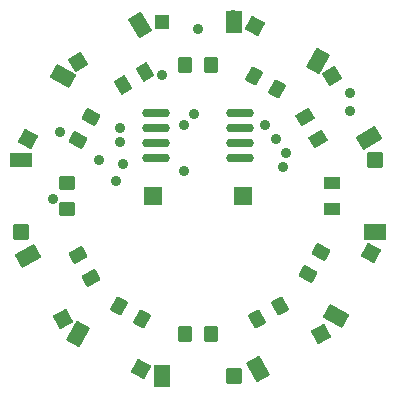
<source format=gts>
G04 Layer: TopSolderMaskLayer*
G04 EasyEDA v6.5.42, 2024-03-17 11:44:53*
G04 597a10fb728243aa825b0aea125d946e,ed70181f279245e6aff80281ee7dc86a,10*
G04 Gerber Generator version 0.2*
G04 Scale: 100 percent, Rotated: No, Reflected: No *
G04 Dimensions in millimeters *
G04 leading zeros omitted , absolute positions ,4 integer and 5 decimal *
%FSLAX45Y45*%
%MOMM*%

%AMMACRO1*1,1,$1,$2,$3*1,1,$1,$4,$5*1,1,$1,0-$2,0-$3*1,1,$1,0-$4,0-$5*20,1,$1,$2,$3,$4,$5,0*20,1,$1,$4,$5,0-$2,0-$3,0*20,1,$1,0-$2,0-$3,0-$4,0-$5,0*20,1,$1,0-$4,0-$5,$2,$3,0*4,1,4,$2,$3,$4,$5,0-$2,0-$3,0-$4,0-$5,$2,$3,0*%
%ADD10MACRO1,0.1016X0.7505X-0.2782X-0.1067X-0.7932*%
%ADD11R,1.5016X1.6016*%
%ADD12O,2.3516082000000003X0.7315962*%
%ADD13MACRO1,0.1016X0.1343X-0.789X-0.7403X-0.3042*%
%ADD14MACRO1,0.1016X-0.2782X-0.7505X-0.7932X0.1067*%
%ADD15R,1.3516X1.1016*%
%ADD16MACRO1,0.1016X-0.789X-0.1343X-0.3042X0.7403*%
%ADD17MACRO1,0.1016X-0.7403X0.3042X0.1343X0.789*%
%ADD18MACRO1,0.1016X-0.5X0.625X0.5X0.625*%
%ADD19MACRO1,0.1016X-0.1343X0.789X0.7403X0.3042*%
%ADD20MACRO1,0.1016X0.3042X0.7403X0.789X-0.1343*%
%ADD21MACRO1,0.1016X0.625X0.5X0.625X-0.5*%
%ADD22MACRO1,0.1016X0.789X0.1343X0.3042X-0.7403*%
%ADD23MACRO1,0.1016X0.5X-0.625X-0.5X-0.625*%
%ADD24MACRO1,0.1016X-0.8149X-0.2337X-0.2337X0.8149*%
%ADD25MACRO1,0.1016X-0.0884X1.078X0.9611X0.4963*%
%ADD26MACRO1,0.1016X-0.8226X0.2051X0.2051X0.8225*%
%ADD27MACRO1,0.1016X0.4624X0.9778X1.0805X-0.0508*%
%ADD28MACRO1,0.1016X-0.5994X0.5994X0.5994X0.5994*%
%ADD29MACRO1,0.1016X0.9X0.6X0.9X-0.6*%
%ADD30MACRO1,0.1016X-0.2337X0.8149X0.8149X0.2337*%
%ADD31MACRO1,0.1016X1.0781X0.0885X0.4963X-0.9611*%
%ADD32MACRO1,0.1016X0.5994X-0.5994X-0.5994X-0.5994*%
%ADD33R,1.9016X1.3016*%
%ADD34MACRO1,0.1016X0.2337X-0.8149X-0.8149X-0.2337*%
%ADD35MACRO1,0.1016X-1.078X-0.0884X-0.4963X0.9611*%
%ADD36MACRO1,0.1016X-0.2051X-0.8226X-0.8226X0.2051*%
%ADD37MACRO1,0.1016X-0.9778X0.4624X0.0508X1.0805*%
%ADD38R,1.3005X1.3005*%
%ADD39MACRO1,0.1016X-0.6X0.9X0.6X0.9*%
%ADD40MACRO1,0.1016X0.2337X0.8149X0.8149X-0.2337*%
%ADD41MACRO1,0.1016X0.9611X-0.4963X-0.0884X-1.078*%
%ADD42MACRO1,0.1016X0.5994X0.5994X0.5994X-0.5994*%
%ADD43MACRO1,0.1016X0.6X-0.9X-0.6X-0.9*%
%ADD44MACRO1,0.1016X0.8149X0.2336X0.2337X-0.8149*%
%ADD45MACRO1,0.1016X0.0884X-1.078X-0.9611X-0.4963*%
%ADD46MACRO1,0.1016X0.8149X-0.2337X-0.2337X-0.8149*%
%ADD47MACRO1,0.1016X-0.4963X-0.9611X-1.078X0.0884*%
%ADD48C,0.9016*%

%LPD*%
D10*
G01*
X3154305Y5216664D03*
G01*
X2965715Y5103347D03*
D11*
G01*
X3219958Y4169918D03*
G01*
X3979925Y4169918D03*
D12*
G01*
X3246983Y4870500D03*
G01*
X3246983Y4743500D03*
G01*
X3246983Y4616500D03*
G01*
X3246983Y4489500D03*
G01*
X3953002Y4870500D03*
G01*
X3953002Y4743500D03*
G01*
X3953002Y4616500D03*
G01*
X3953002Y4489500D03*
D13*
G01*
X4266214Y5076706D03*
G01*
X4073785Y5183371D03*
D14*
G01*
X4616554Y4645597D03*
G01*
X4503237Y4834187D03*
D15*
G01*
X4739995Y4059910D03*
G01*
X4739995Y4279925D03*
D16*
G01*
X4536794Y3503716D03*
G01*
X4643459Y3696145D03*
D17*
G01*
X4103766Y3126731D03*
G01*
X4296195Y3233395D03*
D18*
G01*
X3490020Y2999973D03*
G01*
X3710035Y2999973D03*
D19*
G01*
X2933832Y3233390D03*
G01*
X3126261Y3126726D03*
D20*
G01*
X2586564Y3666164D03*
G01*
X2693229Y3473735D03*
D21*
G01*
X2490033Y4279910D03*
G01*
X2490033Y4059895D03*
D22*
G01*
X2693315Y4836205D03*
G01*
X2586650Y4643776D03*
D23*
G01*
X3710025Y5279897D03*
G01*
X3490010Y5279897D03*
D24*
G01*
X4083232Y5607857D03*
D25*
G01*
X4616752Y5312121D03*
D26*
G01*
X4732902Y5181426D03*
D27*
G01*
X5047079Y4658551D03*
D28*
G01*
X5099989Y4474992D03*
D29*
G01*
X5099989Y3864988D03*
D30*
G01*
X5067857Y3686752D03*
D31*
G01*
X4772121Y3153230D03*
D32*
G01*
X2099995Y3864990D03*
D33*
G01*
X2099995Y4474997D03*
D34*
G01*
X2162128Y4653230D03*
D35*
G01*
X2457862Y5186751D03*
D36*
G01*
X2588557Y5302902D03*
D37*
G01*
X3111432Y5617077D03*
D38*
G01*
X3294989Y5639993D03*
D39*
G01*
X3904996Y5639988D03*
D40*
G01*
X4646752Y2997861D03*
D41*
G01*
X4113229Y2702126D03*
D42*
G01*
X3904993Y2639994D03*
D43*
G01*
X3294989Y2639995D03*
D44*
G01*
X3116753Y2702128D03*
D45*
G01*
X2583234Y2997862D03*
D46*
G01*
X2457862Y3123233D03*
D47*
G01*
X2162128Y3656754D03*
D48*
G01*
X3899992Y5699988D03*
G01*
X4319981Y4409998D03*
G01*
X4350004Y4529988D03*
G01*
X4259986Y4649978D03*
G01*
X4169994Y4769993D03*
G01*
X3480003Y4769993D03*
G01*
X2939999Y4739995D03*
G01*
X2939999Y4619980D03*
G01*
X3599992Y5579998D03*
G01*
X3299993Y5189981D03*
G01*
X3569995Y4859985D03*
G01*
X2429992Y4709998D03*
G01*
X2369997Y4139996D03*
G01*
X2759989Y4469993D03*
G01*
X3480003Y4380001D03*
G01*
X4889982Y5039995D03*
G01*
X2969996Y4439996D03*
G01*
X2910001Y4289983D03*
G01*
X4889982Y4889982D03*
M02*

</source>
